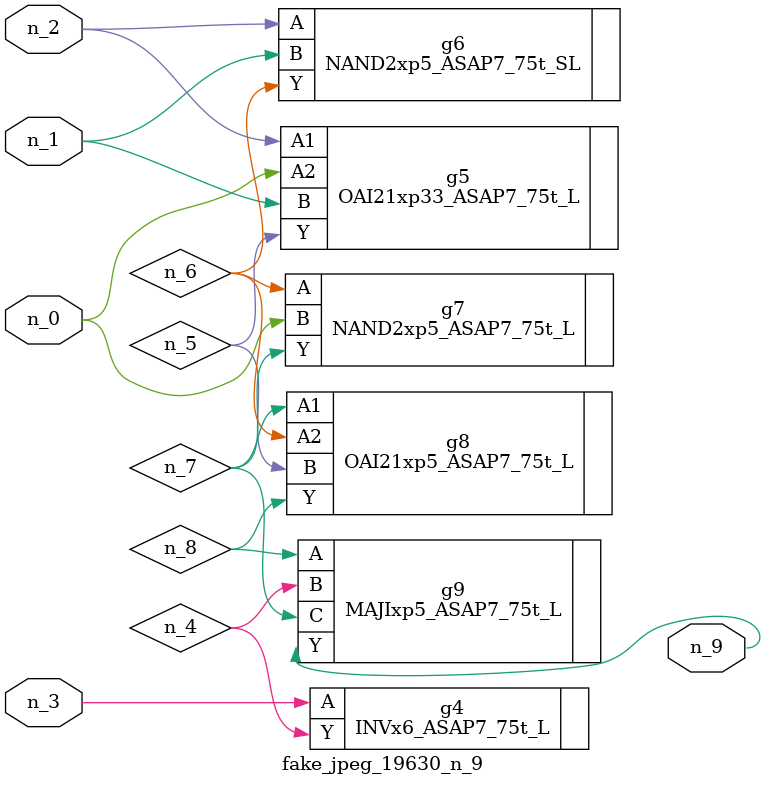
<source format=v>
module fake_jpeg_19630_n_9 (n_0, n_3, n_2, n_1, n_9);

input n_0;
input n_3;
input n_2;
input n_1;

output n_9;

wire n_4;
wire n_8;
wire n_6;
wire n_5;
wire n_7;

INVx6_ASAP7_75t_L g4 ( 
.A(n_3),
.Y(n_4)
);

OAI21xp33_ASAP7_75t_L g5 ( 
.A1(n_2),
.A2(n_0),
.B(n_1),
.Y(n_5)
);

NAND2xp5_ASAP7_75t_SL g6 ( 
.A(n_2),
.B(n_1),
.Y(n_6)
);

NAND2xp5_ASAP7_75t_L g7 ( 
.A(n_6),
.B(n_0),
.Y(n_7)
);

OAI21xp5_ASAP7_75t_L g8 ( 
.A1(n_7),
.A2(n_6),
.B(n_5),
.Y(n_8)
);

MAJIxp5_ASAP7_75t_L g9 ( 
.A(n_8),
.B(n_4),
.C(n_7),
.Y(n_9)
);


endmodule
</source>
